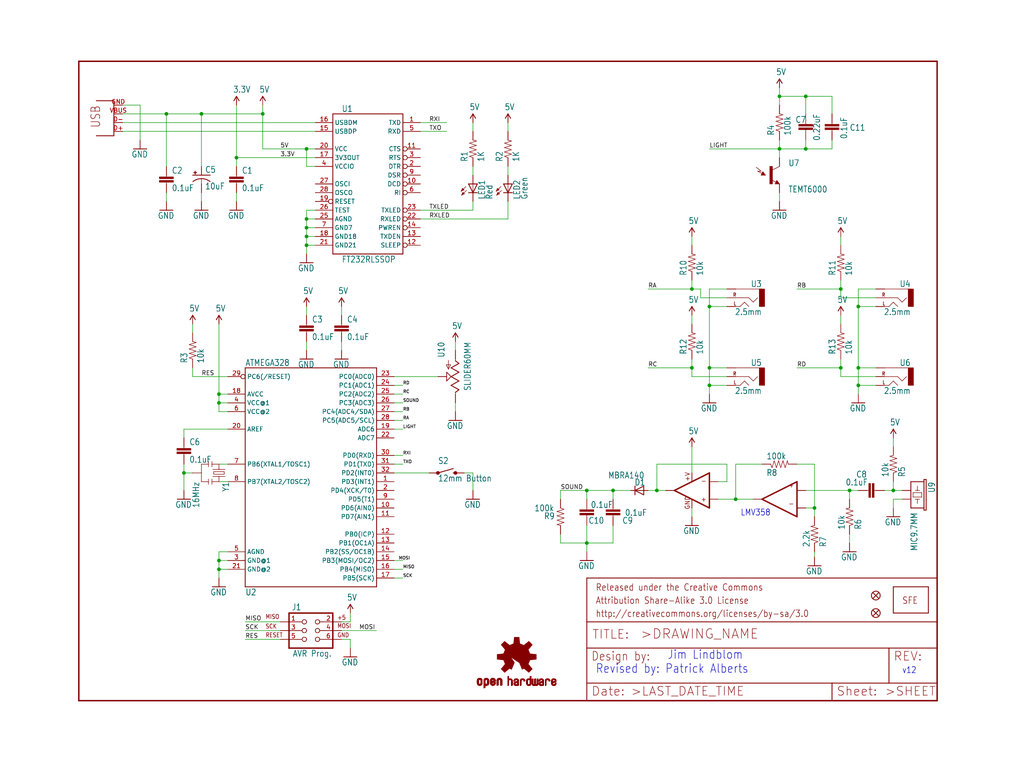
<source format=kicad_sch>
(kicad_sch (version 20211123) (generator eeschema)
  (paper "User" 297.002 223.926)
  (lib_symbols
    (symbol "eagleSchem-eagle-import:5V" (power)
      (property "Value" "5V" (at -1.016 3.556 0))
      (symbol "5V_1_0"
        (pin power_in line (at 0 0 90) (length 2.54) (name "5V") (number "1"))
      )
    )
    (symbol "eagleSchem-eagle-import:ATMEGA168"
      (property "Reference" "U" (at -17.78 -38.1 0))
      (property "Value" "ATMEGA168" (at -17.78 28.448 0))
      (symbol "ATMEGA168_1_0"
        (pin bidirectional line (at 25.4 -5.08 180) (length 5.08) (name "PD3(INT1)") (number "1"))
        (pin bidirectional line (at 25.4 -12.7 180) (length 5.08) (name "PD6(AIN0)") (number "10"))
        (pin bidirectional line (at 25.4 -15.24 180) (length 5.08) (name "PD7(AIN1)") (number "11"))
        (pin bidirectional line (at 25.4 -20.32 180) (length 5.08) (name "PB0(ICP)") (number "12"))
        (pin bidirectional line (at 25.4 -22.86 180) (length 5.08) (name "PB1(OC1A)") (number "13"))
        (pin bidirectional line (at 25.4 -25.4 180) (length 5.08) (name "PB2(SS/OC1B)") (number "14"))
        (pin bidirectional line (at 25.4 -27.94 180) (length 5.08) (name "PB3(MOSI/OC2)") (number "15"))
        (pin bidirectional line (at 25.4 -30.48 180) (length 5.08) (name "PB4(MISO)") (number "16"))
        (pin bidirectional line (at 25.4 -33.02 180) (length 5.08) (name "PB5(SCK)") (number "17"))
        (pin bidirectional line (at -22.86 20.32 0) (length 5.08) (name "AVCC") (number "18"))
        (pin bidirectional line (at 25.4 10.16 180) (length 5.08) (name "ADC6") (number "19"))
        (pin bidirectional line (at 25.4 -7.62 180) (length 5.08) (name "PD4(XCK/T0)") (number "2"))
        (pin bidirectional line (at -22.86 10.16 0) (length 5.08) (name "AREF") (number "20"))
        (pin bidirectional line (at -22.86 -30.48 0) (length 5.08) (name "GND@2") (number "21"))
        (pin bidirectional line (at 25.4 7.62 180) (length 5.08) (name "ADC7") (number "22"))
        (pin bidirectional line (at 25.4 25.4 180) (length 5.08) (name "PC0(ADC0)") (number "23"))
        (pin bidirectional line (at 25.4 22.86 180) (length 5.08) (name "PC1(ADC1)") (number "24"))
        (pin bidirectional line (at 25.4 20.32 180) (length 5.08) (name "PC2(ADC2)") (number "25"))
        (pin bidirectional line (at 25.4 17.78 180) (length 5.08) (name "PC3(ADC3)") (number "26"))
        (pin bidirectional line (at 25.4 15.24 180) (length 5.08) (name "PC4(ADC4/SDA)") (number "27"))
        (pin bidirectional line (at 25.4 12.7 180) (length 5.08) (name "PC5(ADC5/SCL)") (number "28"))
        (pin bidirectional inverted (at -22.86 25.4 0) (length 5.08) (name "PC6(/RESET)") (number "29"))
        (pin bidirectional line (at -22.86 -27.94 0) (length 5.08) (name "GND@1") (number "3"))
        (pin bidirectional line (at 25.4 2.54 180) (length 5.08) (name "PD0(RXD)") (number "30"))
        (pin bidirectional line (at 25.4 0 180) (length 5.08) (name "PD1(TXD)") (number "31"))
        (pin bidirectional line (at 25.4 -2.54 180) (length 5.08) (name "PD2(INT0)") (number "32"))
        (pin bidirectional line (at -22.86 17.78 0) (length 5.08) (name "VCC@1") (number "4"))
        (pin bidirectional line (at -22.86 -25.4 0) (length 5.08) (name "AGND") (number "5"))
        (pin bidirectional line (at -22.86 15.24 0) (length 5.08) (name "VCC@2") (number "6"))
        (pin bidirectional line (at -22.86 0 0) (length 5.08) (name "PB6(XTAL1/TOSC1)") (number "7"))
        (pin bidirectional line (at -22.86 -5.08 0) (length 5.08) (name "PB7(XTAL2/TOSC2)") (number "8"))
        (pin bidirectional line (at 25.4 -10.16 180) (length 5.08) (name "PD5(T1)") (number "9"))
      )
    )
    (symbol "eagleSchem-eagle-import:AUDIO-JACK1{colon}1"
      (property "Reference" "JP" (at -5.08 3.048 0))
      (property "Value" "AUDIO-JACK1{colon}1" (at -5.08 -5.08 0))
      (symbol "AUDIO-JACK1{colon}1_1_0"
        (text "L" (at 2.286 -2.286 0) (effects (font (size 1.016 0.8636) (thickness 0.1727) bold) (justify left bottom)))
        (text "R" (at 2.286 0.254 0) (effects (font (size 1.016 0.8636) (thickness 0.1727) bold) (justify left bottom)))
        (pin bidirectional line (at 5.08 -2.54 180) (length 2.54) (name "LEFT") (number "1"))
        (pin bidirectional line (at 5.08 0 180) (length 2.54) (name "RIGHT") (number "4"))
        (pin bidirectional line (at 5.08 2.54 180) (length 2.54) (name "SLEEVE") (number "5"))
      )
    )
    (symbol "eagleSchem-eagle-import:AVR_SPI_PRG_6PTH"
      (property "Reference" "J" (at -4.318 5.842 0))
      (property "Value" "AVR_SPI_PRG_6PTH" (at -4.064 -7.62 0))
      (symbol "AVR_SPI_PRG_6PTH_1_0"
        (text "+5" (at 8.89 3.048 0) (effects (font (size 1.27 1.0795)) (justify left bottom)))
        (text "GND" (at 8.89 -2.032 0) (effects (font (size 1.27 1.0795)) (justify left bottom)))
        (text "MISO" (at -11.938 3.302 0) (effects (font (size 1.27 1.0795)) (justify left bottom)))
        (text "MOSI" (at 8.89 0.635 0) (effects (font (size 1.27 1.0795)) (justify left bottom)))
        (text "RESET" (at -11.938 -2.032 0) (effects (font (size 1.27 1.0795)) (justify left bottom)))
        (text "SCK" (at -11.938 0.508 0) (effects (font (size 1.27 1.0795)) (justify left bottom)))
        (pin passive inverted (at -7.62 2.54 0) (length 7.62) (name "1") (number "1"))
        (pin passive inverted (at 10.16 2.54 180) (length 7.62) (name "2") (number "2"))
        (pin passive inverted (at -7.62 0 0) (length 7.62) (name "3") (number "3"))
        (pin passive inverted (at 10.16 0 180) (length 7.62) (name "4") (number "4"))
        (pin passive inverted (at -7.62 -2.54 0) (length 7.62) (name "5") (number "5"))
        (pin passive inverted (at 10.16 -2.54 180) (length 7.62) (name "6") (number "6"))
      )
    )
    (symbol "eagleSchem-eagle-import:CAP0603-CAP"
      (property "Reference" "C" (at 1.524 2.921 0))
      (property "Value" "CAP0603-CAP" (at 1.524 -2.159 0))
      (symbol "CAP0603-CAP_1_0"
        (pin passive line (at 0 5.08 270) (length 2.54) (name "1") (number "1"))
        (pin passive line (at 0 -2.54 90) (length 2.54) (name "2") (number "2"))
      )
    )
    (symbol "eagleSchem-eagle-import:CAP_POL1206"
      (property "Reference" "C" (at 1.016 0.635 0))
      (property "Value" "CAP_POL1206" (at 1.016 -4.191 0))
      (symbol "CAP_POL1206_1_0"
        (pin passive line (at 0 2.54 270) (length 2.54) (name "+") (number "A"))
        (pin passive line (at 0 -5.08 90) (length 2.54) (name "-") (number "C"))
      )
    )
    (symbol "eagleSchem-eagle-import:DIODESMA"
      (property "Reference" "D" (at 2.54 0.4826 0))
      (property "Value" "DIODESMA" (at 2.54 -2.3114 0))
      (symbol "DIODESMA_1_0"
        (pin passive line (at -2.54 0 0) (length 2.54) (name "A") (number "A"))
        (pin passive line (at 2.54 0 180) (length 2.54) (name "C") (number "C"))
      )
    )
    (symbol "eagleSchem-eagle-import:FIDUCIAL1X2")
    (symbol "eagleSchem-eagle-import:FRAME-LETTER"
      (symbol "FRAME-LETTER_2_0"
        (text ">DRAWING_NAME" (at 15.494 17.78 0) (effects (font (size 2.7432 2.7432)) (justify left bottom)))
        (text ">LAST_DATE_TIME" (at 12.7 1.27 0) (effects (font (size 2.54 2.54)) (justify left bottom)))
        (text ">SHEET" (at 86.36 1.27 0) (effects (font (size 2.54 2.54)) (justify left bottom)))
        (text "Attribution Share-Alike 3.0 License" (at 2.54 27.94 0) (effects (font (size 1.9304 1.6408)) (justify left bottom)))
        (text "Date:" (at 1.27 1.27 0) (effects (font (size 2.54 2.54)) (justify left bottom)))
        (text "Design by:" (at 1.27 11.43 0) (effects (font (size 2.54 2.159)) (justify left bottom)))
        (text "http://creativecommons.org/licenses/by-sa/3.0" (at 2.54 24.13 0) (effects (font (size 1.9304 1.6408)) (justify left bottom)))
        (text "Released under the Creative Commons" (at 2.54 31.75 0) (effects (font (size 1.9304 1.6408)) (justify left bottom)))
        (text "REV:" (at 88.9 11.43 0) (effects (font (size 2.54 2.54)) (justify left bottom)))
        (text "Sheet:" (at 72.39 1.27 0) (effects (font (size 2.54 2.54)) (justify left bottom)))
        (text "TITLE:" (at 1.524 17.78 0) (effects (font (size 2.54 2.54)) (justify left bottom)))
      )
    )
    (symbol "eagleSchem-eagle-import:FT232RLSSOP"
      (property "Reference" "IC" (at -7.62 20.828 0))
      (property "Value" "FT232RLSSOP" (at -7.62 -22.86 0))
      (symbol "FT232RLSSOP_1_0"
        (pin output line (at 15.24 17.78 180) (length 5.08) (name "TXD") (number "1"))
        (pin input inverted (at 15.24 0 180) (length 5.08) (name "DCD") (number "10"))
        (pin input inverted (at 15.24 10.16 180) (length 5.08) (name "CTS") (number "11"))
        (pin input inverted (at 15.24 -17.78 180) (length 5.08) (name "SLEEP") (number "12"))
        (pin input line (at 15.24 -15.24 180) (length 5.08) (name "TXDEN") (number "13"))
        (pin input inverted (at 15.24 -12.7 180) (length 5.08) (name "PWREN") (number "14"))
        (pin bidirectional line (at -15.24 15.24 0) (length 5.08) (name "USBDP") (number "15"))
        (pin bidirectional line (at -15.24 17.78 0) (length 5.08) (name "USBDM") (number "16"))
        (pin output line (at -15.24 7.62 0) (length 5.08) (name "3V3OUT") (number "17"))
        (pin power_in line (at -15.24 -15.24 0) (length 5.08) (name "GND18") (number "18"))
        (pin input inverted (at -15.24 -5.08 0) (length 5.08) (name "RESET") (number "19"))
        (pin output inverted (at 15.24 5.08 180) (length 5.08) (name "DTR") (number "2"))
        (pin power_in line (at -15.24 10.16 0) (length 5.08) (name "VCC") (number "20"))
        (pin power_in line (at -15.24 -17.78 0) (length 5.08) (name "GND21") (number "21"))
        (pin input inverted (at 15.24 -10.16 180) (length 5.08) (name "RXLED") (number "22"))
        (pin input inverted (at 15.24 -7.62 180) (length 5.08) (name "TXLED") (number "23"))
        (pin power_in line (at -15.24 -10.16 0) (length 5.08) (name "AGND") (number "25"))
        (pin input line (at -15.24 -7.62 0) (length 5.08) (name "TEST") (number "26"))
        (pin input line (at -15.24 0 0) (length 5.08) (name "OSCI") (number "27"))
        (pin output line (at -15.24 -2.54 0) (length 5.08) (name "OSCO") (number "28"))
        (pin output inverted (at 15.24 7.62 180) (length 5.08) (name "RTS") (number "3"))
        (pin power_in line (at -15.24 5.08 0) (length 5.08) (name "VCCIO") (number "4"))
        (pin input line (at 15.24 15.24 180) (length 5.08) (name "RXD") (number "5"))
        (pin input inverted (at 15.24 -2.54 180) (length 5.08) (name "RI") (number "6"))
        (pin power_in line (at -15.24 -12.7 0) (length 5.08) (name "GND7") (number "7"))
        (pin input inverted (at 15.24 2.54 180) (length 5.08) (name "DSR") (number "9"))
      )
    )
    (symbol "eagleSchem-eagle-import:GND" (power)
      (property "Value" "GND" (at -2.54 -2.54 0))
      (symbol "GND_1_0"
        (pin power_in line (at 0 2.54 270) (length 2.54) (name "GND") (number "1"))
      )
    )
    (symbol "eagleSchem-eagle-import:LED0603"
      (property "Reference" "LED" (at 3.556 -4.572 90))
      (property "Value" "LED0603" (at 5.715 -4.572 90))
      (symbol "LED0603_1_0"
        (pin passive line (at 0 2.54 270) (length 2.54) (name "A") (number "A"))
        (pin passive line (at 0 -5.08 90) (length 2.54) (name "C") (number "C"))
      )
    )
    (symbol "eagleSchem-eagle-import:LMV358"
      (symbol "LMV358_1_0"
        (text "+" (at -4.318 -3.302 0) (effects (font (size 1.27 1.27)) (justify left bottom)))
        (text "+V" (at 2.032 2.54 900) (effects (font (size 1.27 1.27)) (justify left bottom)))
        (text "-" (at -4.318 2.032 0) (effects (font (size 1.27 1.27)) (justify left bottom)))
        (text "GND" (at 2.032 -5.588 900) (effects (font (size 1.27 1.27)) (justify left bottom)))
        (pin output line (at 7.62 0 180) (length 2.54) (name "OUT1") (number "1"))
        (pin input line (at -7.62 2.54 0) (length 2.54) (name "-IN1") (number "2"))
        (pin input line (at -7.62 -2.54 0) (length 2.54) (name "+IN1") (number "3"))
        (pin power_in line (at 0 -5.08 90) (length 2.54) (name "GND") (number "4"))
        (pin power_in line (at 0 5.08 270) (length 2.54) (name "+V") (number "8"))
      )
      (symbol "LMV358_2_0"
        (text "+" (at -4.318 -3.302 0) (effects (font (size 1.27 1.27)) (justify left bottom)))
        (text "-" (at -4.318 2.032 0) (effects (font (size 1.27 1.27)) (justify left bottom)))
        (pin input line (at -7.62 -2.54 0) (length 2.54) (name "+IN2") (number "5"))
        (pin input line (at -7.62 2.54 0) (length 2.54) (name "-IN2") (number "6"))
        (pin output line (at 7.62 0 180) (length 2.54) (name "OUT2") (number "7"))
      )
    )
    (symbol "eagleSchem-eagle-import:LOGO-SFENEW"
      (symbol "LOGO-SFENEW_1_0"
        (text "SFE" (at 0 0 0) (effects (font (size 1.9304 1.6408)) (justify left bottom)))
      )
    )
    (symbol "eagleSchem-eagle-import:MIC9.7MM"
      (property "Value" "MIC9.7MM" (at 6.35 0 0))
      (symbol "MIC9.7MM_1_0"
        (pin passive line (at 0 -2.54 90) (length 2.54) (name "1") (number "1"))
        (pin passive line (at 2.54 -2.54 90) (length 2.54) (name "2") (number "2"))
      )
    )
    (symbol "eagleSchem-eagle-import:OSHW-LOGOL")
    (symbol "eagleSchem-eagle-import:RESISTOR0603-RES"
      (property "Reference" "R" (at -3.81 1.4986 0))
      (property "Value" "RESISTOR0603-RES" (at -3.81 -3.302 0))
      (symbol "RESISTOR0603-RES_1_0"
        (pin passive line (at -5.08 0 0) (length 2.54) (name "1") (number "1"))
        (pin passive line (at 5.08 0 180) (length 2.54) (name "2") (number "2"))
      )
    )
    (symbol "eagleSchem-eagle-import:RESONATORSMD"
      (property "Reference" "Y" (at 2.54 1.016 0))
      (property "Value" "RESONATORSMD" (at 2.54 -7.62 0))
      (symbol "RESONATORSMD_1_0"
        (pin passive line (at -2.54 0 0) (length 0) (name "1") (number "1"))
        (pin passive line (at 0 -7.62 90) (length 0) (name "2") (number "2"))
        (pin passive line (at 2.54 0 180) (length 0) (name "3") (number "3"))
      )
    )
    (symbol "eagleSchem-eagle-import:SLIDER60MM"
      (property "Reference" "VR" (at 5.08 -10.16 90))
      (property "Value" "SLIDER60MM" (at -2.54 -10.16 90))
      (symbol "SLIDER60MM_1_0"
        (pin passive line (at 0 7.62 270) (length 2.54) (name "E") (number "1"))
        (pin passive line (at 5.08 0 180) (length 2.54) (name "S") (number "2A"))
        (pin passive line (at 0 -7.62 90) (length 2.54) (name "A") (number "3"))
      )
    )
    (symbol "eagleSchem-eagle-import:SWITCH-MOMENTARY-2SMD-12MM"
      (property "Reference" "S" (at -2.54 2.54 0))
      (property "Value" "SWITCH-MOMENTARY-2SMD-12MM" (at -2.54 -2.54 0))
      (symbol "SWITCH-MOMENTARY-2SMD-12MM_1_0"
        (pin passive line (at -5.08 0 0) (length 2.54) (name "1") (number "1"))
        (pin passive line (at 5.08 0 180) (length 2.54) (name "2") (number "3"))
      )
    )
    (symbol "eagleSchem-eagle-import:TEMT6000"
      (property "Value" "TEMT6000" (at 5.08 -5.08 0))
      (symbol "TEMT6000_1_0"
        (pin passive line (at 2.54 5.08 270) (length 2.54) (name "C1") (number "COLLECTOR"))
        (pin passive line (at 2.54 -5.08 90) (length 2.54) (name "E1") (number "EMITTER"))
      )
    )
    (symbol "eagleSchem-eagle-import:USBSMD"
      (symbol "USBSMD_1_0"
        (text "USB" (at 3.81 0 900) (effects (font (size 2.54 2.159)) (justify left bottom)))
        (pin bidirectional line (at -2.54 7.62 0) (length 2.54) (name "D+") (number "D+"))
        (pin bidirectional line (at -2.54 5.08 0) (length 2.54) (name "D-") (number "D-"))
        (pin bidirectional line (at -2.54 0 0) (length 2.54) (name "GND") (number "GND"))
        (pin bidirectional line (at -2.54 2.54 0) (length 2.54) (name "VBUS") (number "VBUS"))
      )
    )
    (symbol "eagleSchem-eagle-import:VCC" (power)
      (property "Value" "VCC" (at -1.016 3.556 0))
      (symbol "VCC_1_0"
        (pin power_in line (at 0 0 90) (length 2.54) (name "VCC") (number "1"))
      )
    )
  )
  (junction (at 259.08 142.24))
  (junction (at 88.9 63.5))
  (junction (at 213.36 144.78))
  (junction (at 88.9 68.58))
  (junction (at 226.06 27.94))
  (junction (at 68.58 45.72))
  (junction (at 63.5 162.56))
  (junction (at 233.68 27.94))
  (junction (at 243.84 83.82))
  (junction (at 63.5 116.84))
  (junction (at 88.9 66.04))
  (junction (at 205.74 111.76))
  (junction (at 205.74 88.9))
  (junction (at 63.5 114.3))
  (junction (at 226.06 43.18))
  (junction (at 76.2 33.02))
  (junction (at 48.26 33.02))
  (junction (at 190.5 142.24))
  (junction (at 53.34 137.16))
  (junction (at 246.38 142.24))
  (junction (at 248.92 88.9))
  (junction (at 170.18 142.24))
  (junction (at 200.66 106.68))
  (junction (at 58.42 33.02))
  (junction (at 205.74 106.68))
  (junction (at 236.22 147.32))
  (junction (at 243.84 106.68))
  (junction (at 170.18 157.48))
  (junction (at 200.66 83.82))
  (junction (at 233.68 43.18))
  (junction (at 177.8 142.24))
  (junction (at 63.5 165.1))
  (junction (at 248.92 106.68))
  (junction (at 88.9 71.12))
  (junction (at 88.9 43.18))
  (junction (at 248.92 111.76))
  (wire (pts (xy 48.26 33.02) (xy 58.42 33.02)))
  (wire (pts (xy 147.32 63.5) (xy 147.32 58.42)))
  (wire (pts (xy 254 88.9) (xy 248.92 88.9)))
  (wire (pts (xy 254 111.76) (xy 248.92 111.76)))
  (wire (pts (xy 58.42 58.42) (xy 58.42 55.88)))
  (wire (pts (xy 200.66 137.16) (xy 200.66 129.54)))
  (wire (pts (xy 200.66 81.28) (xy 200.66 83.82)))
  (wire (pts (xy 81.28 185.42) (xy 71.12 185.42)))
  (wire (pts (xy 121.92 38.1) (xy 129.54 38.1)))
  (wire (pts (xy 88.9 66.04) (xy 91.44 66.04)))
  (wire (pts (xy 88.9 60.96) (xy 88.9 63.5)))
  (wire (pts (xy 35.56 33.02) (xy 48.26 33.02)))
  (wire (pts (xy 210.82 88.9) (xy 205.74 88.9)))
  (wire (pts (xy 233.68 27.94) (xy 226.06 27.94)))
  (wire (pts (xy 203.2 86.36) (xy 203.2 83.82)))
  (wire (pts (xy 66.04 116.84) (xy 63.5 116.84)))
  (wire (pts (xy 147.32 35.56) (xy 147.32 38.1)))
  (wire (pts (xy 81.28 180.34) (xy 71.12 180.34)))
  (wire (pts (xy 241.3 40.64) (xy 241.3 43.18)))
  (wire (pts (xy 259.08 139.7) (xy 259.08 142.24)))
  (wire (pts (xy 233.68 33.02) (xy 233.68 27.94)))
  (wire (pts (xy 88.9 73.66) (xy 88.9 71.12)))
  (wire (pts (xy 243.84 71.12) (xy 243.84 68.58)))
  (wire (pts (xy 88.9 91.44) (xy 88.9 88.9)))
  (wire (pts (xy 91.44 38.1) (xy 35.56 38.1)))
  (wire (pts (xy 248.92 88.9) (xy 248.92 106.68)))
  (wire (pts (xy 137.16 137.16) (xy 137.16 142.24)))
  (wire (pts (xy 66.04 119.38) (xy 63.5 119.38)))
  (wire (pts (xy 226.06 45.72) (xy 226.06 43.18)))
  (wire (pts (xy 137.16 48.26) (xy 137.16 50.8)))
  (wire (pts (xy 114.3 121.92) (xy 116.84 121.92)))
  (wire (pts (xy 88.9 63.5) (xy 91.44 63.5)))
  (wire (pts (xy 88.9 48.26) (xy 88.9 43.18)))
  (wire (pts (xy 200.66 83.82) (xy 187.96 83.82)))
  (wire (pts (xy 190.5 142.24) (xy 193.04 142.24)))
  (wire (pts (xy 55.88 106.68) (xy 55.88 109.22)))
  (wire (pts (xy 147.32 48.26) (xy 147.32 50.8)))
  (wire (pts (xy 99.06 91.44) (xy 99.06 88.9)))
  (wire (pts (xy 132.08 119.38) (xy 132.08 116.84)))
  (wire (pts (xy 261.62 144.78) (xy 259.08 144.78)))
  (wire (pts (xy 243.84 93.98) (xy 243.84 91.44)))
  (wire (pts (xy 236.22 147.32) (xy 236.22 149.86)))
  (wire (pts (xy 66.04 160.02) (xy 63.5 160.02)))
  (wire (pts (xy 226.06 43.18) (xy 233.68 43.18)))
  (wire (pts (xy 254 106.68) (xy 248.92 106.68)))
  (wire (pts (xy 259.08 144.78) (xy 259.08 147.32)))
  (wire (pts (xy 53.34 134.62) (xy 53.34 137.16)))
  (wire (pts (xy 66.04 165.1) (xy 63.5 165.1)))
  (wire (pts (xy 91.44 71.12) (xy 88.9 71.12)))
  (wire (pts (xy 63.5 162.56) (xy 63.5 165.1)))
  (wire (pts (xy 53.34 137.16) (xy 53.34 142.24)))
  (wire (pts (xy 248.92 111.76) (xy 248.92 114.3)))
  (wire (pts (xy 236.22 134.62) (xy 231.14 134.62)))
  (wire (pts (xy 63.5 160.02) (xy 63.5 162.56)))
  (wire (pts (xy 248.92 142.24) (xy 246.38 142.24)))
  (wire (pts (xy 121.92 63.5) (xy 147.32 63.5)))
  (wire (pts (xy 121.92 35.56) (xy 129.54 35.56)))
  (wire (pts (xy 236.22 147.32) (xy 236.22 134.62)))
  (wire (pts (xy 233.68 43.18) (xy 241.3 43.18)))
  (wire (pts (xy 226.06 30.48) (xy 226.06 27.94)))
  (wire (pts (xy 162.56 157.48) (xy 170.18 157.48)))
  (wire (pts (xy 254 109.22) (xy 243.84 109.22)))
  (wire (pts (xy 99.06 185.42) (xy 101.6 185.42)))
  (wire (pts (xy 248.92 109.22) (xy 248.92 111.76)))
  (wire (pts (xy 243.84 109.22) (xy 243.84 106.68)))
  (wire (pts (xy 81.28 182.88) (xy 71.12 182.88)))
  (wire (pts (xy 137.16 60.96) (xy 137.16 58.42)))
  (wire (pts (xy 114.3 116.84) (xy 116.84 116.84)))
  (wire (pts (xy 200.66 71.12) (xy 200.66 68.58)))
  (wire (pts (xy 114.3 132.08) (xy 116.84 132.08)))
  (wire (pts (xy 76.2 33.02) (xy 76.2 43.18)))
  (wire (pts (xy 137.16 35.56) (xy 137.16 38.1)))
  (wire (pts (xy 66.04 134.62) (xy 63.5 134.62)))
  (wire (pts (xy 210.82 134.62) (xy 210.82 139.7)))
  (wire (pts (xy 205.74 88.9) (xy 205.74 83.82)))
  (wire (pts (xy 99.06 101.6) (xy 99.06 99.06)))
  (wire (pts (xy 91.44 45.72) (xy 68.58 45.72)))
  (wire (pts (xy 205.74 106.68) (xy 205.74 109.22)))
  (wire (pts (xy 213.36 144.78) (xy 218.44 144.78)))
  (wire (pts (xy 210.82 111.76) (xy 205.74 111.76)))
  (wire (pts (xy 203.2 83.82) (xy 200.66 83.82)))
  (wire (pts (xy 162.56 144.78) (xy 162.56 142.24)))
  (wire (pts (xy 114.3 162.56) (xy 116.84 162.56)))
  (wire (pts (xy 243.84 83.82) (xy 231.14 83.82)))
  (wire (pts (xy 114.3 111.76) (xy 116.84 111.76)))
  (wire (pts (xy 88.9 43.18) (xy 91.44 43.18)))
  (wire (pts (xy 132.08 99.06) (xy 132.08 101.6)))
  (wire (pts (xy 200.66 106.68) (xy 187.96 106.68)))
  (wire (pts (xy 35.56 30.48) (xy 40.64 30.48)))
  (wire (pts (xy 114.3 165.1) (xy 116.84 165.1)))
  (wire (pts (xy 101.6 180.34) (xy 101.6 177.8)))
  (wire (pts (xy 246.38 157.48) (xy 246.38 154.94)))
  (wire (pts (xy 63.5 165.1) (xy 63.5 167.64)))
  (wire (pts (xy 134.62 137.16) (xy 137.16 137.16)))
  (wire (pts (xy 210.82 134.62) (xy 190.5 134.62)))
  (wire (pts (xy 88.9 101.6) (xy 88.9 99.06)))
  (wire (pts (xy 99.06 182.88) (xy 109.22 182.88)))
  (wire (pts (xy 114.3 114.3) (xy 116.84 114.3)))
  (wire (pts (xy 187.96 142.24) (xy 190.5 142.24)))
  (wire (pts (xy 114.3 109.22) (xy 127 109.22)))
  (wire (pts (xy 55.88 96.52) (xy 55.88 93.98)))
  (wire (pts (xy 241.3 27.94) (xy 233.68 27.94)))
  (wire (pts (xy 259.08 142.24) (xy 256.54 142.24)))
  (wire (pts (xy 177.8 142.24) (xy 182.88 142.24)))
  (wire (pts (xy 48.26 55.88) (xy 48.26 58.42)))
  (wire (pts (xy 40.64 30.48) (xy 40.64 40.64)))
  (wire (pts (xy 68.58 30.48) (xy 68.58 45.72)))
  (wire (pts (xy 226.06 55.88) (xy 226.06 58.42)))
  (wire (pts (xy 208.28 144.78) (xy 213.36 144.78)))
  (wire (pts (xy 213.36 134.62) (xy 213.36 144.78)))
  (wire (pts (xy 233.68 147.32) (xy 236.22 147.32)))
  (wire (pts (xy 170.18 144.78) (xy 170.18 142.24)))
  (wire (pts (xy 76.2 30.48) (xy 76.2 33.02)))
  (wire (pts (xy 226.06 27.94) (xy 226.06 25.4)))
  (wire (pts (xy 55.88 109.22) (xy 66.04 109.22)))
  (wire (pts (xy 66.04 162.56) (xy 63.5 162.56)))
  (wire (pts (xy 63.5 114.3) (xy 63.5 93.98)))
  (wire (pts (xy 208.28 139.7) (xy 210.82 139.7)))
  (wire (pts (xy 88.9 68.58) (xy 88.9 66.04)))
  (wire (pts (xy 66.04 114.3) (xy 63.5 114.3)))
  (wire (pts (xy 58.42 33.02) (xy 76.2 33.02)))
  (wire (pts (xy 76.2 43.18) (xy 88.9 43.18)))
  (wire (pts (xy 114.3 124.46) (xy 116.84 124.46)))
  (wire (pts (xy 259.08 127) (xy 259.08 129.54)))
  (wire (pts (xy 177.8 157.48) (xy 170.18 157.48)))
  (wire (pts (xy 53.34 124.46) (xy 53.34 127)))
  (wire (pts (xy 200.66 109.22) (xy 200.66 106.68)))
  (wire (pts (xy 162.56 154.94) (xy 162.56 157.48)))
  (wire (pts (xy 243.84 106.68) (xy 231.14 106.68)))
  (wire (pts (xy 114.3 119.38) (xy 116.84 119.38)))
  (wire (pts (xy 162.56 142.24) (xy 170.18 142.24)))
  (wire (pts (xy 226.06 43.18) (xy 226.06 40.64)))
  (wire (pts (xy 254 86.36) (xy 243.84 86.36)))
  (wire (pts (xy 55.88 137.16) (xy 53.34 137.16)))
  (wire (pts (xy 63.5 116.84) (xy 63.5 114.3)))
  (wire (pts (xy 91.44 68.58) (xy 88.9 68.58)))
  (wire (pts (xy 48.26 48.26) (xy 48.26 33.02)))
  (wire (pts (xy 210.82 86.36) (xy 203.2 86.36)))
  (wire (pts (xy 243.84 86.36) (xy 243.84 83.82)))
  (wire (pts (xy 200.66 106.68) (xy 200.66 104.14)))
  (wire (pts (xy 233.68 142.24) (xy 246.38 142.24)))
  (wire (pts (xy 114.3 137.16) (xy 124.46 137.16)))
  (wire (pts (xy 177.8 152.4) (xy 177.8 157.48)))
  (wire (pts (xy 177.8 144.78) (xy 177.8 142.24)))
  (wire (pts (xy 236.22 161.544) (xy 236.22 160.02)))
  (wire (pts (xy 200.66 93.98) (xy 200.66 91.44)))
  (wire (pts (xy 170.18 152.4) (xy 170.18 157.48)))
  (wire (pts (xy 200.66 149.86) (xy 200.66 147.32)))
  (wire (pts (xy 248.92 83.82) (xy 254 83.82)))
  (wire (pts (xy 91.44 60.96) (xy 88.9 60.96)))
  (wire (pts (xy 233.68 40.64) (xy 233.68 43.18)))
  (wire (pts (xy 68.58 55.88) (xy 68.58 58.42)))
  (wire (pts (xy 63.5 119.38) (xy 63.5 116.84)))
  (wire (pts (xy 205.74 109.22) (xy 205.74 111.76)))
  (wire (pts (xy 66.04 139.7) (xy 63.5 139.7)))
  (wire (pts (xy 114.3 134.62) (xy 116.84 134.62)))
  (wire (pts (xy 261.62 142.24) (xy 259.08 142.24)))
  (wire (pts (xy 68.58 45.72) (xy 68.58 48.26)))
  (wire (pts (xy 220.98 134.62) (xy 213.36 134.62)))
  (wire (pts (xy 190.5 134.62) (xy 190.5 142.24)))
  (wire (pts (xy 91.44 48.26) (xy 88.9 48.26)))
  (wire (pts (xy 170.18 142.24) (xy 177.8 142.24)))
  (wire (pts (xy 58.42 48.26) (xy 58.42 33.02)))
  (wire (pts (xy 88.9 63.5) (xy 88.9 66.04)))
  (wire (pts (xy 243.84 106.68) (xy 243.84 104.14)))
  (wire (pts (xy 88.9 71.12) (xy 88.9 68.58)))
  (wire (pts (xy 91.44 35.56) (xy 35.56 35.56)))
  (wire (pts (xy 210.82 109.22) (xy 200.66 109.22)))
  (wire (pts (xy 121.92 60.96) (xy 137.16 60.96)))
  (wire (pts (xy 205.74 111.76) (xy 205.74 114.3)))
  (wire (pts (xy 248.92 83.82) (xy 248.92 88.9)))
  (wire (pts (xy 205.74 88.9) (xy 205.74 106.68)))
  (wire (pts (xy 241.3 33.02) (xy 241.3 27.94)))
  (wire (pts (xy 101.6 185.42) (xy 101.6 187.96)))
  (wire (pts (xy 205.74 83.82) (xy 210.82 83.82)))
  (wire (pts (xy 114.3 167.64) (xy 116.84 167.64)))
  (wire (pts (xy 210.82 106.68) (xy 205.74 106.68)))
  (wire (pts (xy 170.18 157.48) (xy 170.18 160.02)))
  (wire (pts (xy 226.06 43.18) (xy 205.74 43.18)))
  (wire (pts (xy 248.92 106.68) (xy 248.92 109.22)))
  (wire (pts (xy 53.34 124.46) (xy 66.04 124.46)))
  (wire (pts (xy 99.06 180.34) (xy 101.6 180.34)))
  (wire (pts (xy 243.84 83.82) (xy 243.84 81.28)))
  (wire (pts (xy 246.38 142.24) (xy 246.38 144.78)))
  (text "v12" (at 261.62 195.58 180) (effects (font (size 1.778 1.5113)) (justify left bottom)))
  (text "LMV358" (at 223.52 149.86 180) (effects (font (size 1.778 1.5113)) (justify right bottom)))
  (text "Revised by: Patrick Alberts" (at 172.72 195.58 180) (effects (font (size 2.54 2.159)) (justify left bottom)))
  (text "Jim Lindblom" (at 193.548 191.516 180) (effects (font (size 2.54 2.159)) (justify left bottom)))
  (label "RB" (at 116.84 119.38 0) (effects (font (size 0.889 0.889))))
  (label "TXO" (at 116.84 134.62 0) (effects (font (size 0.889 0.889))))
  (label "RA" (at 116.84 121.92 0) (effects (font (size 0.889 0.889))))
  (label "TXLED" (at 124.46 60.96 0) (effects (font (size 1.2446 1.2446))))
  (label "MISO" (at 116.84 165.1 0) (effects (font (size 0.889 0.889))))
  (label "SCK" (at 116.84 167.64 0) (effects (font (size 0.889 0.889))))
  (label "RXI" (at 124.46 35.56 0) (effects (font (size 1.2446 1.2446))))
  (label "5V" (at 81.28 43.18 0) (effects (font (size 1.2446 1.2446))))
  (label "RA" (at 187.96 83.82 0) (effects (font (size 1.2446 1.2446))))
  (label "LIGHT" (at 116.84 124.46 0) (effects (font (size 0.889 0.889))))
  (label "MOSI" (at 104.14 182.88 0) (effects (font (size 1.2446 1.2446))))
  (label "TXO" (at 124.46 38.1 0) (effects (font (size 1.2446 1.2446))))
  (label "RD" (at 231.14 106.68 0) (effects (font (size 1.2446 1.2446))))
  (label "SOUND" (at 162.56 142.24 0) (effects (font (size 1.2446 1.2446))))
  (label "LIGHT" (at 205.74 43.18 0) (effects (font (size 1.2446 1.2446))))
  (label "RB" (at 231.14 83.82 0) (effects (font (size 1.2446 1.2446))))
  (label "RES" (at 71.12 185.42 0) (effects (font (size 1.2446 1.2446))))
  (label "RC" (at 187.96 106.68 0) (effects (font (size 1.2446 1.2446))))
  (label "RC" (at 116.84 114.3 0) (effects (font (size 0.889 0.889))))
  (label "3.3V" (at 81.28 45.72 0) (effects (font (size 1.2446 1.2446))))
  (label "RD" (at 116.84 111.76 0) (effects (font (size 0.889 0.889))))
  (label "MISO" (at 71.12 180.34 0) (effects (font (size 1.2446 1.2446))))
  (label "MOSI" (at 115.57 162.56 0) (effects (font (size 0.889 0.889))))
  (label "RXI" (at 116.84 132.08 0) (effects (font (size 0.889 0.889))))
  (label "RXLED" (at 124.46 63.5 0) (effects (font (size 1.2446 1.2446))))
  (label "SOUND" (at 116.84 116.84 0) (effects (font (size 0.889 0.889))))
  (label "SCK" (at 71.12 182.88 0) (effects (font (size 1.2446 1.2446))))
  (label "RES" (at 58.42 109.22 0) (effects (font (size 1.2446 1.2446))))
  (symbol (lib_id "eagleSchem-eagle-import:5V") (at 76.2 30.48 0) (unit 1)
    (property "Reference" "#U$3" (effects hide))
    (property "Value" "5V" (at 75.184 26.924 0) (effects (font (size 1.778 1.5113)) (justify left bottom)))
    (property "Footprint" "eagleSchem:" (effects hide))
  )
  (symbol (lib_id "eagleSchem-eagle-import:RESISTOR0603-RES") (at 147.32 43.18 90) (unit 1)
    (property "Reference" "R2" (at 145.8214 46.99 0) (effects (font (size 1.778 1.5113)) (justify left bottom)))
    (property "Value" "1K" (at 150.622 46.99 0) (effects (font (size 1.778 1.5113)) (justify left bottom)))
    (property "Footprint" "eagleSchem:0603-RES" (effects hide))
  )
  (symbol (lib_id "eagleSchem-eagle-import:GND") (at 101.6 190.5 0) (unit 1)
    (property "Reference" "#GND3" (effects hide))
    (property "Value" "GND" (at 99.06 193.04 0) (effects (font (size 1.778 1.5113)) (justify left bottom)))
    (property "Footprint" "eagleSchem:" (effects hide))
  )
  (symbol (lib_id "eagleSchem-eagle-import:RESISTOR0603-RES") (at 200.66 99.06 90) (unit 1)
    (property "Reference" "R12" (at 199.1614 102.87 0) (effects (font (size 1.778 1.5113)) (justify left bottom)))
    (property "Value" "10k" (at 203.962 102.87 0) (effects (font (size 1.778 1.5113)) (justify left bottom)))
    (property "Footprint" "eagleSchem:0603-RES" (effects hide))
  )
  (symbol (lib_id "eagleSchem-eagle-import:FRAME-LETTER") (at 170.18 203.2 0) (unit 2)
    (property "Reference" "FRAME1" (effects hide))
    (property "Value" "FRAME-LETTER" (effects hide))
    (property "Footprint" "eagleSchem:CREATIVE_COMMONS" (effects hide))
  )
  (symbol (lib_id "eagleSchem-eagle-import:5V") (at 200.66 68.58 0) (unit 1)
    (property "Reference" "#U$11" (effects hide))
    (property "Value" "5V" (at 199.644 65.024 0) (effects (font (size 1.778 1.5113)) (justify left bottom)))
    (property "Footprint" "eagleSchem:" (effects hide))
  )
  (symbol (lib_id "eagleSchem-eagle-import:GND") (at 48.26 60.96 0) (unit 1)
    (property "Reference" "#GND7" (effects hide))
    (property "Value" "GND" (at 45.72 63.5 0) (effects (font (size 1.778 1.5113)) (justify left bottom)))
    (property "Footprint" "eagleSchem:" (effects hide))
  )
  (symbol (lib_id "eagleSchem-eagle-import:AUDIO-JACK1{colon}1") (at 215.9 109.22 0) (mirror y) (unit 1)
    (property "Reference" "U5" (at 220.98 106.172 0) (effects (font (size 1.778 1.5113)) (justify left bottom)))
    (property "Value" "2.5mm" (at 220.98 114.3 0) (effects (font (size 1.778 1.5113)) (justify left bottom)))
    (property "Footprint" "eagleSchem:STEREOJACK2.5MM" (effects hide))
  )
  (symbol (lib_id "eagleSchem-eagle-import:5V") (at 101.6 177.8 0) (unit 1)
    (property "Reference" "#U$6" (effects hide))
    (property "Value" "5V" (at 100.584 174.244 0) (effects (font (size 1.778 1.5113)) (justify left bottom)))
    (property "Footprint" "eagleSchem:" (effects hide))
  )
  (symbol (lib_id "eagleSchem-eagle-import:GND") (at 259.08 149.86 0) (unit 1)
    (property "Reference" "#GND16" (effects hide))
    (property "Value" "GND" (at 256.54 152.4 0) (effects (font (size 1.778 1.5113)) (justify left bottom)))
    (property "Footprint" "eagleSchem:" (effects hide))
  )
  (symbol (lib_id "eagleSchem-eagle-import:RESISTOR0603-RES") (at 55.88 101.6 90) (unit 1)
    (property "Reference" "R3" (at 54.3814 105.41 0) (effects (font (size 1.778 1.5113)) (justify left bottom)))
    (property "Value" "10k" (at 59.182 105.41 0) (effects (font (size 1.778 1.5113)) (justify left bottom)))
    (property "Footprint" "eagleSchem:0603-RES" (effects hide))
  )
  (symbol (lib_id "eagleSchem-eagle-import:CAP0603-CAP") (at 177.8 147.32 180) (unit 1)
    (property "Reference" "C9" (at 183.642 149.987 0) (effects (font (size 1.778 1.5113)) (justify left bottom)))
    (property "Value" "0.1uF" (at 187.706 147.701 0) (effects (font (size 1.778 1.5113)) (justify left bottom)))
    (property "Footprint" "eagleSchem:0603-CAP" (effects hide))
  )
  (symbol (lib_id "eagleSchem-eagle-import:AVR_SPI_PRG_6PTH") (at 88.9 182.88 0) (unit 1)
    (property "Reference" "J1" (at 84.582 177.038 0) (effects (font (size 1.778 1.5113)) (justify left bottom)))
    (property "Value" "AVR Prog." (at 84.836 190.5 0) (effects (font (size 1.778 1.5113)) (justify left bottom)))
    (property "Footprint" "eagleSchem:2X3" (effects hide))
  )
  (symbol (lib_id "eagleSchem-eagle-import:FIDUCIAL1X2") (at 254 177.8 0) (unit 1)
    (property "Reference" "FID2" (effects hide))
    (property "Value" "FIDUCIAL1X2" (effects hide))
    (property "Footprint" "eagleSchem:FIDUCIAL-1X2" (effects hide))
  )
  (symbol (lib_id "eagleSchem-eagle-import:CAP0603-CAP") (at 170.18 147.32 180) (unit 1)
    (property "Reference" "C10" (at 175.26 149.987 0) (effects (font (size 1.778 1.5113)) (justify left bottom)))
    (property "Value" "0.1uF" (at 177.8 145.415 0) (effects (font (size 1.778 1.5113)) (justify left bottom)))
    (property "Footprint" "eagleSchem:0603-CAP" (effects hide))
  )
  (symbol (lib_id "eagleSchem-eagle-import:CAP0603-CAP") (at 48.26 53.34 0) (unit 1)
    (property "Reference" "C2" (at 49.784 50.419 0) (effects (font (size 1.778 1.5113)) (justify left bottom)))
    (property "Value" "0.1uF" (at 49.784 55.499 0) (effects (font (size 1.778 1.5113)) (justify left bottom)))
    (property "Footprint" "eagleSchem:0603-CAP" (effects hide))
  )
  (symbol (lib_id "eagleSchem-eagle-import:CAP0603-CAP") (at 233.68 38.1 0) (unit 1)
    (property "Reference" "C7" (at 230.632 35.687 0) (effects (font (size 1.778 1.5113)) (justify left bottom)))
    (property "Value" "0.22uF" (at 237.871 40.894 90) (effects (font (size 1.778 1.5113)) (justify left bottom)))
    (property "Footprint" "eagleSchem:0603-CAP" (effects hide))
  )
  (symbol (lib_id "eagleSchem-eagle-import:DIODESMA") (at 185.42 142.24 180) (unit 1)
    (property "Reference" "D1" (at 187.198 138.9126 0) (effects (font (size 1.778 1.5113)) (justify left bottom)))
    (property "Value" "MBRA140" (at 186.944 136.8806 0) (effects (font (size 1.778 1.5113)) (justify left bottom)))
    (property "Footprint" "eagleSchem:SMA-DIODE" (effects hide))
  )
  (symbol (lib_id "eagleSchem-eagle-import:5V") (at 99.06 88.9 0) (unit 1)
    (property "Reference" "#U$7" (effects hide))
    (property "Value" "5V" (at 98.044 85.344 0) (effects (font (size 1.778 1.5113)) (justify left bottom)))
    (property "Footprint" "eagleSchem:" (effects hide))
  )
  (symbol (lib_id "eagleSchem-eagle-import:CAP0603-CAP") (at 88.9 96.52 0) (unit 1)
    (property "Reference" "C3" (at 90.424 93.599 0) (effects (font (size 1.778 1.5113)) (justify left bottom)))
    (property "Value" "0.1uF" (at 90.424 98.679 0) (effects (font (size 1.778 1.5113)) (justify left bottom)))
    (property "Footprint" "eagleSchem:0603-CAP" (effects hide))
  )
  (symbol (lib_id "eagleSchem-eagle-import:AUDIO-JACK1{colon}1") (at 259.08 109.22 0) (mirror y) (unit 1)
    (property "Reference" "U6" (at 264.16 106.172 0) (effects (font (size 1.778 1.5113)) (justify left bottom)))
    (property "Value" "2.5mm" (at 264.16 114.3 0) (effects (font (size 1.778 1.5113)) (justify left bottom)))
    (property "Footprint" "eagleSchem:STEREOJACK2.5MM" (effects hide))
  )
  (symbol (lib_id "eagleSchem-eagle-import:CAP0603-CAP") (at 68.58 53.34 0) (unit 1)
    (property "Reference" "C1" (at 70.104 50.419 0) (effects (font (size 1.778 1.5113)) (justify left bottom)))
    (property "Value" "0.1uF" (at 70.104 55.499 0) (effects (font (size 1.778 1.5113)) (justify left bottom)))
    (property "Footprint" "eagleSchem:0603-CAP" (effects hide))
  )
  (symbol (lib_id "eagleSchem-eagle-import:RESISTOR0603-RES") (at 246.38 149.86 270) (mirror x) (unit 1)
    (property "Reference" "R6" (at 247.8786 153.67 0) (effects (font (size 1.778 1.5113)) (justify left bottom)))
    (property "Value" "10k" (at 243.078 153.67 0) (effects (font (size 1.778 1.5113)) (justify left bottom)))
    (property "Footprint" "eagleSchem:0603-RES" (effects hide))
  )
  (symbol (lib_id "eagleSchem-eagle-import:GND") (at 137.16 144.78 0) (unit 1)
    (property "Reference" "#GND13" (effects hide))
    (property "Value" "GND" (at 134.62 147.32 0) (effects (font (size 1.778 1.5113)) (justify left bottom)))
    (property "Footprint" "eagleSchem:" (effects hide))
  )
  (symbol (lib_id "eagleSchem-eagle-import:GND") (at 68.58 60.96 0) (unit 1)
    (property "Reference" "#GND1" (effects hide))
    (property "Value" "GND" (at 66.04 63.5 0) (effects (font (size 1.778 1.5113)) (justify left bottom)))
    (property "Footprint" "eagleSchem:" (effects hide))
  )
  (symbol (lib_id "eagleSchem-eagle-import:TEMT6000") (at 223.52 50.8 0) (unit 1)
    (property "Reference" "U7" (at 228.6 48.26 0) (effects (font (size 1.778 1.5113)) (justify left bottom)))
    (property "Value" "TEMT6000" (at 228.6 55.88 0) (effects (font (size 1.778 1.5113)) (justify left bottom)))
    (property "Footprint" "eagleSchem:TEMT6000-SEN" (effects hide))
  )
  (symbol (lib_id "eagleSchem-eagle-import:5V") (at 147.32 35.56 0) (unit 1)
    (property "Reference" "#U$4" (effects hide))
    (property "Value" "5V" (at 146.304 32.004 0) (effects (font (size 1.778 1.5113)) (justify left bottom)))
    (property "Footprint" "eagleSchem:" (effects hide))
  )
  (symbol (lib_id "eagleSchem-eagle-import:CAP0603-CAP") (at 241.3 38.1 0) (unit 1)
    (property "Reference" "C11" (at 246.38 37.973 0) (effects (font (size 1.778 1.5113)) (justify left bottom)))
    (property "Value" "0.1uF" (at 245.745 40.386 90) (effects (font (size 1.778 1.5113)) (justify left bottom)))
    (property "Footprint" "eagleSchem:0603-CAP" (effects hide))
  )
  (symbol (lib_id "eagleSchem-eagle-import:5V") (at 132.08 99.06 0) (unit 1)
    (property "Reference" "#U$17" (effects hide))
    (property "Value" "5V" (at 131.064 95.504 0) (effects (font (size 1.778 1.5113)) (justify left bottom)))
    (property "Footprint" "eagleSchem:" (effects hide))
  )
  (symbol (lib_id "eagleSchem-eagle-import:GND") (at 236.22 164.084 0) (unit 1)
    (property "Reference" "#GND14" (effects hide))
    (property "Value" "GND" (at 233.68 166.624 0) (effects (font (size 1.778 1.5113)) (justify left bottom)))
    (property "Footprint" "eagleSchem:" (effects hide))
  )
  (symbol (lib_id "eagleSchem-eagle-import:GND") (at 40.64 43.18 0) (unit 1)
    (property "Reference" "#GND5" (effects hide))
    (property "Value" "GND" (at 38.1 45.72 0) (effects (font (size 1.778 1.5113)) (justify left bottom)))
    (property "Footprint" "eagleSchem:" (effects hide))
  )
  (symbol (lib_id "eagleSchem-eagle-import:GND") (at 63.5 170.18 0) (unit 1)
    (property "Reference" "#GND11" (effects hide))
    (property "Value" "GND" (at 60.96 172.72 0) (effects (font (size 1.778 1.5113)) (justify left bottom)))
    (property "Footprint" "eagleSchem:" (effects hide))
  )
  (symbol (lib_id "eagleSchem-eagle-import:5V") (at 63.5 93.98 0) (unit 1)
    (property "Reference" "#U$8" (effects hide))
    (property "Value" "5V" (at 62.484 90.424 0) (effects (font (size 1.778 1.5113)) (justify left bottom)))
    (property "Footprint" "eagleSchem:" (effects hide))
  )
  (symbol (lib_id "eagleSchem-eagle-import:CAP0603-CAP") (at 99.06 96.52 0) (unit 1)
    (property "Reference" "C4" (at 100.584 93.599 0) (effects (font (size 1.778 1.5113)) (justify left bottom)))
    (property "Value" "0.1uF" (at 100.584 98.679 0) (effects (font (size 1.778 1.5113)) (justify left bottom)))
    (property "Footprint" "eagleSchem:0603-CAP" (effects hide))
  )
  (symbol (lib_id "eagleSchem-eagle-import:GND") (at 88.9 104.14 0) (unit 1)
    (property "Reference" "#GND4" (effects hide))
    (property "Value" "GND" (at 86.36 106.68 0) (effects (font (size 1.778 1.5113)) (justify left bottom)))
    (property "Footprint" "eagleSchem:" (effects hide))
  )
  (symbol (lib_id "eagleSchem-eagle-import:GND") (at 226.06 60.96 0) (unit 1)
    (property "Reference" "#GND12" (effects hide))
    (property "Value" "GND" (at 223.52 63.5 0) (effects (font (size 1.778 1.5113)) (justify left bottom)))
    (property "Footprint" "eagleSchem:" (effects hide))
  )
  (symbol (lib_id "eagleSchem-eagle-import:SLIDER60MM") (at 132.08 109.22 180) (unit 1)
    (property "Reference" "U10" (at 127 99.06 90) (effects (font (size 1.778 1.5113)) (justify left bottom)))
    (property "Value" "SLIDER60MM" (at 134.62 99.06 90) (effects (font (size 1.778 1.5113)) (justify left bottom)))
    (property "Footprint" "eagleSchem:SLIDER" (effects hide))
  )
  (symbol (lib_id "eagleSchem-eagle-import:CAP0603-CAP") (at 251.46 142.24 270) (mirror x) (unit 1)
    (property "Reference" "C8" (at 251.46 138.557 90) (effects (font (size 1.778 1.5113)) (justify right top)))
    (property "Value" "0.1uF" (at 251.714 140.843 90) (effects (font (size 1.778 1.5113)) (justify right top)))
    (property "Footprint" "eagleSchem:0603-CAP" (effects hide))
  )
  (symbol (lib_id "eagleSchem-eagle-import:RESISTOR0603-RES") (at 243.84 99.06 90) (unit 1)
    (property "Reference" "R13" (at 242.3414 102.87 0) (effects (font (size 1.778 1.5113)) (justify left bottom)))
    (property "Value" "10k" (at 247.142 102.87 0) (effects (font (size 1.778 1.5113)) (justify left bottom)))
    (property "Footprint" "eagleSchem:0603-RES" (effects hide))
  )
  (symbol (lib_id "eagleSchem-eagle-import:CAP0603-CAP") (at 53.34 132.08 0) (unit 1)
    (property "Reference" "C6" (at 54.864 129.159 0) (effects (font (size 1.778 1.5113)) (justify left bottom)))
    (property "Value" "0.1uF" (at 54.864 134.239 0) (effects (font (size 1.778 1.5113)) (justify left bottom)))
    (property "Footprint" "eagleSchem:0603-CAP" (effects hide))
  )
  (symbol (lib_id "eagleSchem-eagle-import:GND") (at 205.74 116.84 0) (unit 1)
    (property "Reference" "#GND19" (effects hide))
    (property "Value" "GND" (at 203.2 119.38 0) (effects (font (size 1.778 1.5113)) (justify left bottom)))
    (property "Footprint" "eagleSchem:" (effects hide))
  )
  (symbol (lib_id "eagleSchem-eagle-import:AUDIO-JACK1{colon}1") (at 259.08 86.36 0) (mirror y) (unit 1)
    (property "Reference" "U4" (at 264.16 83.312 0) (effects (font (size 1.778 1.5113)) (justify left bottom)))
    (property "Value" "2.5mm" (at 264.16 91.44 0) (effects (font (size 1.778 1.5113)) (justify left bottom)))
    (property "Footprint" "eagleSchem:STEREOJACK2.5MM" (effects hide))
  )
  (symbol (lib_id "eagleSchem-eagle-import:RESISTOR0603-RES") (at 137.16 43.18 90) (unit 1)
    (property "Reference" "R1" (at 135.6614 46.99 0) (effects (font (size 1.778 1.5113)) (justify left bottom)))
    (property "Value" "1K" (at 140.462 46.99 0) (effects (font (size 1.778 1.5113)) (justify left bottom)))
    (property "Footprint" "eagleSchem:0603-RES" (effects hide))
  )
  (symbol (lib_id "eagleSchem-eagle-import:5V") (at 243.84 68.58 0) (unit 1)
    (property "Reference" "#U$12" (effects hide))
    (property "Value" "5V" (at 242.824 65.024 0) (effects (font (size 1.778 1.5113)) (justify left bottom)))
    (property "Footprint" "eagleSchem:" (effects hide))
  )
  (symbol (lib_id "eagleSchem-eagle-import:GND") (at 132.08 121.92 0) (unit 1)
    (property "Reference" "#GND21" (effects hide))
    (property "Value" "GND" (at 129.54 124.46 0) (effects (font (size 1.778 1.5113)) (justify left bottom)))
    (property "Footprint" "eagleSchem:" (effects hide))
  )
  (symbol (lib_id "eagleSchem-eagle-import:AUDIO-JACK1{colon}1") (at 215.9 86.36 0) (mirror y) (unit 1)
    (property "Reference" "U3" (at 220.98 83.312 0) (effects (font (size 1.778 1.5113)) (justify left bottom)))
    (property "Value" "2.5mm" (at 220.98 91.44 0) (effects (font (size 1.778 1.5113)) (justify left bottom)))
    (property "Footprint" "eagleSchem:STEREOJACK2.5MM" (effects hide))
  )
  (symbol (lib_id "eagleSchem-eagle-import:GND") (at 200.66 152.4 0) (unit 1)
    (property "Reference" "#GND17" (effects hide))
    (property "Value" "GND" (at 198.12 154.94 0) (effects (font (size 1.778 1.5113)) (justify left bottom)))
    (property "Footprint" "eagleSchem:" (effects hide))
  )
  (symbol (lib_id "eagleSchem-eagle-import:FRAME-LETTER") (at 22.86 203.2 0) (unit 1)
    (property "Reference" "FRAME1" (effects hide))
    (property "Value" "FRAME-LETTER" (effects hide))
    (property "Footprint" "eagleSchem:CREATIVE_COMMONS" (effects hide))
  )
  (symbol (lib_id "eagleSchem-eagle-import:GND") (at 88.9 76.2 0) (unit 1)
    (property "Reference" "#GND2" (effects hide))
    (property "Value" "GND" (at 86.36 78.74 0) (effects (font (size 1.778 1.5113)) (justify left bottom)))
    (property "Footprint" "eagleSchem:" (effects hide))
  )
  (symbol (lib_id "eagleSchem-eagle-import:OSHW-LOGOL") (at 149.86 190.5 0) (unit 1)
    (property "Reference" "LOGO1" (effects hide))
    (property "Value" "OSHW-LOGOL" (effects hide))
    (property "Footprint" "eagleSchem:OSHW-LOGO-L" (effects hide))
  )
  (symbol (lib_id "eagleSchem-eagle-import:MIC9.7MM") (at 264.16 142.24 270) (unit 1)
    (property "Reference" "U9" (at 269.24 139.7 0) (effects (font (size 1.778 1.5113)) (justify left bottom)))
    (property "Value" "MIC9.7MM" (at 264.16 148.59 0) (effects (font (size 1.778 1.5113)) (justify left bottom)))
    (property "Footprint" "eagleSchem:MIC-9.7MM" (effects hide))
  )
  (symbol (lib_id "eagleSchem-eagle-import:5V") (at 259.08 127 0) (unit 1)
    (property "Reference" "#U$9" (effects hide))
    (property "Value" "5V" (at 258.064 123.444 0) (effects (font (size 1.778 1.5113)) (justify left bottom)))
    (property "Footprint" "eagleSchem:" (effects hide))
  )
  (symbol (lib_id "eagleSchem-eagle-import:LED0603") (at 137.16 53.34 0) (unit 1)
    (property "Reference" "LED1" (at 140.716 57.912 90) (effects (font (size 1.778 1.5113)) (justify left bottom)))
    (property "Value" "Red" (at 142.875 57.912 90) (effects (font (size 1.778 1.5113)) (justify left bottom)))
    (property "Footprint" "eagleSchem:LED-0603" (effects hide))
  )
  (symbol (lib_id "eagleSchem-eagle-import:GND") (at 53.34 144.78 0) (unit 1)
    (property "Reference" "#GND9" (effects hide))
    (property "Value" "GND" (at 50.8 147.32 0) (effects (font (size 1.778 1.5113)) (justify left bottom)))
    (property "Footprint" "eagleSchem:" (effects hide))
  )
  (symbol (lib_id "eagleSchem-eagle-import:RESISTOR0603-RES") (at 243.84 76.2 90) (unit 1)
    (property "Reference" "R11" (at 242.3414 80.01 0) (effects (font (size 1.778 1.5113)) (justify left bottom)))
    (property "Value" "10k" (at 247.142 80.01 0) (effects (font (size 1.778 1.5113)) (justify left bottom)))
    (property "Footprint" "eagleSchem:0603-RES" (effects hide))
  )
  (symbol (lib_id "eagleSchem-eagle-import:RESISTOR0603-RES") (at 226.06 35.56 90) (unit 1)
    (property "Reference" "R4" (at 224.5614 39.37 0) (effects (font (size 1.778 1.5113)) (justify left bottom)))
    (property "Value" "100k" (at 229.362 39.37 0) (effects (font (size 1.778 1.5113)) (justify left bottom)))
    (property "Footprint" "eagleSchem:0603-RES" (effects hide))
  )
  (symbol (lib_id "eagleSchem-eagle-import:RESONATORSMD") (at 63.5 137.16 270) (unit 1)
    (property "Reference" "Y1" (at 64.516 139.7 0) (effects (font (size 1.778 1.5113)) (justify left bottom)))
    (property "Value" "16MHz" (at 55.88 139.7 0) (effects (font (size 1.778 1.5113)) (justify left bottom)))
    (property "Footprint" "eagleSchem:RESONATOR-SMD" (effects hide))
  )
  (symbol (lib_id "eagleSchem-eagle-import:USBSMD") (at 33.02 30.48 180) (unit 1)
    (property "Reference" "X1" (effects hide))
    (property "Value" "USBSMD" (effects hide))
    (property "Footprint" "eagleSchem:USB-MINIB" (effects hide))
  )
  (symbol (lib_id "eagleSchem-eagle-import:RESISTOR0603-RES") (at 200.66 76.2 90) (unit 1)
    (property "Reference" "R10" (at 199.1614 80.01 0) (effects (font (size 1.778 1.5113)) (justify left bottom)))
    (property "Value" "10k" (at 203.962 80.01 0) (effects (font (size 1.778 1.5113)) (justify left bottom)))
    (property "Footprint" "eagleSchem:0603-RES" (effects hide))
  )
  (symbol (lib_id "eagleSchem-eagle-import:GND") (at 248.92 116.84 0) (unit 1)
    (property "Reference" "#GND20" (effects hide))
    (property "Value" "GND" (at 246.38 119.38 0) (effects (font (size 1.778 1.5113)) (justify left bottom)))
    (property "Footprint" "eagleSchem:" (effects hide))
  )
  (symbol (lib_id "eagleSchem-eagle-import:5V") (at 200.66 129.54 0) (unit 1)
    (property "Reference" "#U$13" (effects hide))
    (property "Value" "5V" (at 199.644 125.984 0) (effects (font (size 1.778 1.5113)) (justify left bottom)))
    (property "Footprint" "eagleSchem:" (effects hide))
  )
  (symbol (lib_id "eagleSchem-eagle-import:LMV358") (at 200.66 142.24 0) (mirror y) (unit 1)
    (property "Reference" "U8" (effects hide))
    (property "Value" "LMV358" (effects hide))
    (property "Footprint" "eagleSchem:SO08" (effects hide))
  )
  (symbol (lib_id "eagleSchem-eagle-import:GND") (at 58.42 60.96 0) (unit 1)
    (property "Reference" "#GND8" (effects hide))
    (property "Value" "GND" (at 55.88 63.5 0) (effects (font (size 1.778 1.5113)) (justify left bottom)))
    (property "Footprint" "eagleSchem:" (effects hide))
  )
  (symbol (lib_id "eagleSchem-eagle-import:GND") (at 170.18 162.56 0) (unit 1)
    (property "Reference" "#GND18" (effects hide))
    (property "Value" "GND" (at 167.64 165.1 0) (effects (font (size 1.778 1.5113)) (justify left bottom)))
    (property "Footprint" "eagleSchem:" (effects hide))
  )
  (symbol (lib_id "eagleSchem-eagle-import:LMV358") (at 226.06 144.78 180) (unit 2)
    (property "Reference" "U8" (effects hide))
    (property "Value" "LMV358" (effects hide))
    (property "Footprint" "eagleSchem:SO08" (effects hide))
  )
  (symbol (lib_id "eagleSchem-eagle-import:LED0603") (at 147.32 53.34 0) (unit 1)
    (property "Reference" "LED2" (at 150.876 57.912 90) (effects (font (size 1.778 1.5113)) (justify left bottom)))
    (property "Value" "Green" (at 153.035 57.912 90) (effects (font (size 1.778 1.5113)) (justify left bottom)))
    (property "Footprint" "eagleSchem:LED-0603" (effects hide))
  )
  (symbol (lib_id "eagleSchem-eagle-import:VCC") (at 68.58 30.48 0) (unit 1)
    (property "Reference" "#P+1" (effects hide))
    (property "Value" "3.3V" (at 67.564 26.924 0) (effects (font (size 1.778 1.5113)) (justify left bottom)))
    (property "Footprint" "eagleSchem:" (effects hide))
  )
  (symbol (lib_id "eagleSchem-eagle-import:5V") (at 243.84 91.44 0) (unit 1)
    (property "Reference" "#U$14" (effects hide))
    (property "Value" "5V" (at 242.824 87.884 0) (effects (font (size 1.778 1.5113)) (justify left bottom)))
    (property "Footprint" "eagleSchem:" (effects hide))
  )
  (symbol (lib_id "eagleSchem-eagle-import:RESISTOR0603-RES") (at 226.06 134.62 0) (mirror x) (unit 1)
    (property "Reference" "R8" (at 222.25 136.1186 0) (effects (font (size 1.778 1.5113)) (justify left bottom)))
    (property "Value" "100k" (at 222.25 131.318 0) (effects (font (size 1.778 1.5113)) (justify left bottom)))
    (property "Footprint" "eagleSchem:0603-RES" (effects hide))
  )
  (symbol (lib_id "eagleSchem-eagle-import:5V") (at 226.06 25.4 0) (unit 1)
    (property "Reference" "#U$10" (effects hide))
    (property "Value" "5V" (at 225.044 21.844 0) (effects (font (size 1.778 1.5113)) (justify left bottom)))
    (property "Footprint" "eagleSchem:" (effects hide))
  )
  (symbol (lib_id "eagleSchem-eagle-import:FT232RLSSOP") (at 106.68 53.34 0) (unit 1)
    (property "Reference" "U1" (at 99.06 32.512 0) (effects (font (size 1.778 1.5113)) (justify left bottom)))
    (property "Value" "FT232RLSSOP" (at 99.06 76.2 0) (effects (font (size 1.778 1.5113)) (justify left bottom)))
    (property "Footprint" "eagleSchem:SSOP28DB" (effects hide))
  )
  (symbol (lib_id "eagleSchem-eagle-import:RESISTOR0603-RES") (at 236.22 154.94 270) (mirror x) (unit 1)
    (property "Reference" "R7" (at 237.7186 158.75 0) (effects (font (size 1.778 1.5113)) (justify left bottom)))
    (property "Value" "2.2k" (at 232.918 158.75 0) (effects (font (size 1.778 1.5113)) (justify left bottom)))
    (property "Footprint" "eagleSchem:0603-RES" (effects hide))
  )
  (symbol (lib_id "eagleSchem-eagle-import:LOGO-SFENEW") (at 261.62 175.26 0) (unit 1)
    (property "Reference" "JP1" (effects hide))
    (property "Value" "LOGO-SFENEW" (effects hide))
    (property "Footprint" "eagleSchem:SFE-NEW-WEBLOGO" (effects hide))
  )
  (symbol (lib_id "eagleSchem-eagle-import:FIDUCIAL1X2") (at 254 172.72 0) (unit 1)
    (property "Reference" "FID1" (effects hide))
    (property "Value" "FIDUCIAL1X2" (effects hide))
    (property "Footprint" "eagleSchem:FIDUCIAL-1X2" (effects hide))
  )
  (symbol (lib_id "eagleSchem-eagle-import:5V") (at 200.66 91.44 0) (unit 1)
    (property "Reference" "#U$15" (effects hide))
    (property "Value" "5V" (at 199.644 87.884 0) (effects (font (size 1.778 1.5113)) (justify left bottom)))
    (property "Footprint" "eagleSchem:" (effects hide))
  )
  (symbol (lib_id "eagleSchem-eagle-import:RESISTOR0603-RES") (at 259.08 134.62 270) (mirror x) (unit 1)
    (property "Reference" "R5" (at 260.5786 138.43 0) (effects (font (size 1.778 1.5113)) (justify left bottom)))
    (property "Value" "10k" (at 255.778 138.43 0) (effects (font (size 1.778 1.5113)) (justify left bottom)))
    (property "Footprint" "eagleSchem:0603-RES" (effects hide))
  )
  (symbol (lib_id "eagleSchem-eagle-import:RESISTOR0603-RES") (at 162.56 149.86 270) (unit 1)
    (property "Reference" "R9" (at 157.734 150.6474 90) (effects (font (size 1.778 1.5113)) (justify left bottom)))
    (property "Value" "100k" (at 154.94 148.336 90) (effects (font (size 1.778 1.5113)) (justify left bottom)))
    (property "Footprint" "eagleSchem:0603-RES" (effects hide))
  )
  (symbol (lib_id "eagleSchem-eagle-import:SWITCH-MOMENTARY-2SMD-12MM") (at 129.54 137.16 0) (unit 1)
    (property "Reference" "S2" (at 127 134.62 0) (effects (font (size 1.778 1.5113)) (justify left bottom)))
    (property "Value" "12mm Button" (at 127 139.7 0) (effects (font (size 1.778 1.5113)) (justify left bottom)))
    (property "Footprint" "eagleSchem:TACTILE-SMD-12MM" (effects hide))
  )
  (symbol (lib_id "eagleSchem-eagle-import:GND") (at 246.38 160.02 0) (unit 1)
    (property "Reference" "#GND15" (effects hide))
    (property "Value" "GND" (at 243.84 162.56 0) (effects (font (size 1.778 1.5113)) (justify left bottom)))
    (property "Footprint" "eagleSchem:" (effects hide))
  )
  (symbol (lib_id "eagleSchem-eagle-import:ATMEGA168") (at 88.9 134.62 0) (unit 1)
    (property "Reference" "U2" (at 71.12 172.72 0) (effects (font (size 1.778 1.5113)) (justify left bottom)))
    (property "Value" "ATMEGA328" (at 71.12 106.172 0) (effects (font (size 1.778 1.5113)) (justify left bottom)))
    (property "Footprint" "eagleSchem:TQFP32-08" (effects hide))
  )
  (symbol (lib_id "eagleSchem-eagle-import:5V") (at 55.88 93.98 0) (unit 1)
    (property "Reference" "#U$2" (effects hide))
    (property "Value" "5V" (at 54.864 90.424 0) (effects (font (size 1.778 1.5113)) (justify left bottom)))
    (property "Footprint" "eagleSchem:" (effects hide))
  )
  (symbol (lib_id "eagleSchem-eagle-import:5V") (at 137.16 35.56 0) (unit 1)
    (property "Reference" "#U$1" (effects hide))
    (property "Value" "5V" (at 136.144 32.004 0) (effects (font (size 1.778 1.5113)) (justify left bottom)))
    (property "Footprint" "eagleSchem:" (effects hide))
  )
  (symbol (lib_id "eagleSchem-eagle-import:GND") (at 99.06 104.14 0) (unit 1)
    (property "Reference" "#GND6" (effects hide))
    (property "Value" "GND" (at 96.52 106.68 0) (effects (font (size 1.778 1.5113)) (justify left bottom)))
    (property "Footprint" "eagleSchem:" (effects hide))
  )
  (symbol (lib_id "eagleSchem-eagle-import:5V") (at 88.9 88.9 0) (unit 1)
    (property "Reference" "#U$5" (effects hide))
    (property "Value" "5V" (at 87.884 85.344 0) (effects (font (size 1.778 1.5113)) (justify left bottom)))
    (property "Footprint" "eagleSchem:" (effects hide))
  )
  (symbol (lib_id "eagleSchem-eagle-import:CAP_POL1206") (at 58.42 50.8 0) (unit 1)
    (property "Reference" "C5" (at 59.436 50.165 0) (effects (font (size 1.778 1.5113)) (justify left bottom)))
    (property "Value" "10uF" (at 59.436 54.991 0) (effects (font (size 1.778 1.5113)) (justify left bottom)))
    (property "Footprint" "eagleSchem:EIA3216" (effects hide))
  )
)
</source>
